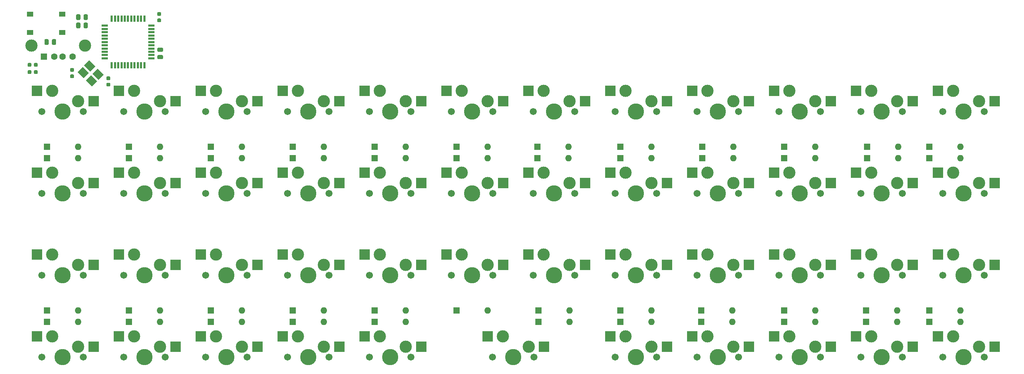
<source format=gbr>
G04 #@! TF.GenerationSoftware,KiCad,Pcbnew,5.1.12-84ad8e8a86~92~ubuntu20.04.1*
G04 #@! TF.CreationDate,2021-12-05T18:43:19-05:00*
G04 #@! TF.ProjectId,Keyboard_JPP,4b657962-6f61-4726-945f-4a50502e6b69,rev?*
G04 #@! TF.SameCoordinates,Original*
G04 #@! TF.FileFunction,Soldermask,Top*
G04 #@! TF.FilePolarity,Negative*
%FSLAX46Y46*%
G04 Gerber Fmt 4.6, Leading zero omitted, Abs format (unit mm)*
G04 Created by KiCad (PCBNEW 5.1.12-84ad8e8a86~92~ubuntu20.04.1) date 2021-12-05 18:43:19*
%MOMM*%
%LPD*%
G01*
G04 APERTURE LIST*
%ADD10O,1.600000X1.600000*%
%ADD11R,1.600000X1.600000*%
%ADD12C,0.100000*%
%ADD13R,1.500000X0.550000*%
%ADD14R,0.550000X1.500000*%
%ADD15R,2.550000X2.500000*%
%ADD16C,1.701800*%
%ADD17C,3.987800*%
%ADD18C,3.000000*%
%ADD19R,1.550000X1.300000*%
%ADD20C,1.600000*%
%ADD21R,1.600000X1.500000*%
G04 APERTURE END LIST*
D10*
X161544000Y-109220000D03*
D11*
X153924000Y-109220000D03*
D10*
X141478000Y-69088000D03*
D11*
X133858000Y-69088000D03*
D12*
G36*
X45745122Y-53059022D02*
G01*
X44472330Y-54331814D01*
X42987406Y-52846890D01*
X44260198Y-51574098D01*
X45745122Y-53059022D01*
G37*
G36*
X43694512Y-51008412D02*
G01*
X42421720Y-52281204D01*
X40936796Y-50796280D01*
X42209588Y-49523488D01*
X43694512Y-51008412D01*
G37*
G36*
X45320858Y-49382066D02*
G01*
X44048066Y-50654858D01*
X42563142Y-49169934D01*
X43835934Y-47897142D01*
X45320858Y-49382066D01*
G37*
G36*
X47371468Y-51432676D02*
G01*
X46098676Y-52705468D01*
X44613752Y-51220544D01*
X45886544Y-49947752D01*
X47371468Y-51432676D01*
G37*
D13*
X59040000Y-39434000D03*
X59040000Y-40234000D03*
X59040000Y-41034000D03*
X59040000Y-41834000D03*
X59040000Y-42634000D03*
X59040000Y-43434000D03*
X59040000Y-44234000D03*
X59040000Y-45034000D03*
X59040000Y-45834000D03*
X59040000Y-46634000D03*
X59040000Y-47434000D03*
D14*
X57340000Y-49134000D03*
X56540000Y-49134000D03*
X55740000Y-49134000D03*
X54940000Y-49134000D03*
X54140000Y-49134000D03*
X53340000Y-49134000D03*
X52540000Y-49134000D03*
X51740000Y-49134000D03*
X50940000Y-49134000D03*
X50140000Y-49134000D03*
X49340000Y-49134000D03*
D13*
X47640000Y-47434000D03*
X47640000Y-46634000D03*
X47640000Y-45834000D03*
X47640000Y-45034000D03*
X47640000Y-44234000D03*
X47640000Y-43434000D03*
X47640000Y-42634000D03*
X47640000Y-41834000D03*
X47640000Y-41034000D03*
X47640000Y-40234000D03*
X47640000Y-39434000D03*
D14*
X49340000Y-37734000D03*
X50140000Y-37734000D03*
X50940000Y-37734000D03*
X51740000Y-37734000D03*
X52540000Y-37734000D03*
X53340000Y-37734000D03*
X54140000Y-37734000D03*
X54940000Y-37734000D03*
X55740000Y-37734000D03*
X56540000Y-37734000D03*
X57340000Y-37734000D03*
D15*
X44898000Y-118110000D03*
D16*
X42418000Y-120650000D03*
X32258000Y-120650000D03*
D17*
X37338000Y-120650000D03*
D18*
X41148000Y-118110000D03*
X34798000Y-115570000D03*
D15*
X31048000Y-115570000D03*
X44898000Y-98044000D03*
D16*
X42418000Y-100584000D03*
X32258000Y-100584000D03*
D17*
X37338000Y-100584000D03*
D18*
X41148000Y-98044000D03*
X34798000Y-95504000D03*
D15*
X31048000Y-95504000D03*
X44898000Y-77978000D03*
D16*
X42418000Y-80518000D03*
X32258000Y-80518000D03*
D17*
X37338000Y-80518000D03*
D18*
X41148000Y-77978000D03*
X34798000Y-75438000D03*
D15*
X31048000Y-75438000D03*
X44898000Y-57912000D03*
D16*
X42418000Y-60452000D03*
X32258000Y-60452000D03*
D17*
X37338000Y-60452000D03*
D18*
X41148000Y-57912000D03*
X34798000Y-55372000D03*
D15*
X31048000Y-55372000D03*
X64964000Y-118110000D03*
D16*
X62484000Y-120650000D03*
X52324000Y-120650000D03*
D17*
X57404000Y-120650000D03*
D18*
X61214000Y-118110000D03*
X54864000Y-115570000D03*
D15*
X51114000Y-115570000D03*
X64964000Y-98044000D03*
D16*
X62484000Y-100584000D03*
X52324000Y-100584000D03*
D17*
X57404000Y-100584000D03*
D18*
X61214000Y-98044000D03*
X54864000Y-95504000D03*
D15*
X51114000Y-95504000D03*
X64964000Y-77978000D03*
D16*
X62484000Y-80518000D03*
X52324000Y-80518000D03*
D17*
X57404000Y-80518000D03*
D18*
X61214000Y-77978000D03*
X54864000Y-75438000D03*
D15*
X51114000Y-75438000D03*
X64964000Y-57912000D03*
D16*
X62484000Y-60452000D03*
X52324000Y-60452000D03*
D17*
X57404000Y-60452000D03*
D18*
X61214000Y-57912000D03*
X54864000Y-55372000D03*
D15*
X51114000Y-55372000D03*
X85030000Y-118110000D03*
D16*
X82550000Y-120650000D03*
X72390000Y-120650000D03*
D17*
X77470000Y-120650000D03*
D18*
X81280000Y-118110000D03*
X74930000Y-115570000D03*
D15*
X71180000Y-115570000D03*
X85030000Y-98044000D03*
D16*
X82550000Y-100584000D03*
X72390000Y-100584000D03*
D17*
X77470000Y-100584000D03*
D18*
X81280000Y-98044000D03*
X74930000Y-95504000D03*
D15*
X71180000Y-95504000D03*
X85030000Y-77978000D03*
D16*
X82550000Y-80518000D03*
X72390000Y-80518000D03*
D17*
X77470000Y-80518000D03*
D18*
X81280000Y-77978000D03*
X74930000Y-75438000D03*
D15*
X71180000Y-75438000D03*
X85030000Y-57912000D03*
D16*
X82550000Y-60452000D03*
X72390000Y-60452000D03*
D17*
X77470000Y-60452000D03*
D18*
X81280000Y-57912000D03*
X74930000Y-55372000D03*
D15*
X71180000Y-55372000D03*
X105096000Y-118110000D03*
D16*
X102616000Y-120650000D03*
X92456000Y-120650000D03*
D17*
X97536000Y-120650000D03*
D18*
X101346000Y-118110000D03*
X94996000Y-115570000D03*
D15*
X91246000Y-115570000D03*
X105096000Y-98044000D03*
D16*
X102616000Y-100584000D03*
X92456000Y-100584000D03*
D17*
X97536000Y-100584000D03*
D18*
X101346000Y-98044000D03*
X94996000Y-95504000D03*
D15*
X91246000Y-95504000D03*
X105096000Y-77978000D03*
D16*
X102616000Y-80518000D03*
X92456000Y-80518000D03*
D17*
X97536000Y-80518000D03*
D18*
X101346000Y-77978000D03*
X94996000Y-75438000D03*
D15*
X91246000Y-75438000D03*
X105096000Y-57912000D03*
D16*
X102616000Y-60452000D03*
X92456000Y-60452000D03*
D17*
X97536000Y-60452000D03*
D18*
X101346000Y-57912000D03*
X94996000Y-55372000D03*
D15*
X91246000Y-55372000D03*
X125162000Y-118110000D03*
D16*
X122682000Y-120650000D03*
X112522000Y-120650000D03*
D17*
X117602000Y-120650000D03*
D18*
X121412000Y-118110000D03*
X115062000Y-115570000D03*
D15*
X111312000Y-115570000D03*
X125162000Y-98044000D03*
D16*
X122682000Y-100584000D03*
X112522000Y-100584000D03*
D17*
X117602000Y-100584000D03*
D18*
X121412000Y-98044000D03*
X115062000Y-95504000D03*
D15*
X111312000Y-95504000D03*
X125162000Y-77978000D03*
D16*
X122682000Y-80518000D03*
X112522000Y-80518000D03*
D17*
X117602000Y-80518000D03*
D18*
X121412000Y-77978000D03*
X115062000Y-75438000D03*
D15*
X111312000Y-75438000D03*
X125162000Y-57912000D03*
D16*
X122682000Y-60452000D03*
X112522000Y-60452000D03*
D17*
X117602000Y-60452000D03*
D18*
X121412000Y-57912000D03*
X115062000Y-55372000D03*
D15*
X111312000Y-55372000D03*
X145228000Y-98044000D03*
D16*
X142748000Y-100584000D03*
X132588000Y-100584000D03*
D17*
X137668000Y-100584000D03*
D18*
X141478000Y-98044000D03*
X135128000Y-95504000D03*
D15*
X131378000Y-95504000D03*
X145228000Y-77978000D03*
D16*
X142748000Y-80518000D03*
X132588000Y-80518000D03*
D17*
X137668000Y-80518000D03*
D18*
X141478000Y-77978000D03*
X135128000Y-75438000D03*
D15*
X131378000Y-75438000D03*
X145228000Y-57912000D03*
D16*
X142748000Y-60452000D03*
X132588000Y-60452000D03*
D17*
X137668000Y-60452000D03*
D18*
X141478000Y-57912000D03*
X135128000Y-55372000D03*
D15*
X131378000Y-55372000D03*
X155261000Y-118110000D03*
D16*
X152781000Y-120650000D03*
X142621000Y-120650000D03*
D17*
X147701000Y-120650000D03*
D18*
X151511000Y-118110000D03*
X145161000Y-115570000D03*
D15*
X141411000Y-115570000D03*
X165294000Y-98044000D03*
D16*
X162814000Y-100584000D03*
X152654000Y-100584000D03*
D17*
X157734000Y-100584000D03*
D18*
X161544000Y-98044000D03*
X155194000Y-95504000D03*
D15*
X151444000Y-95504000D03*
X165294000Y-77978000D03*
D16*
X162814000Y-80518000D03*
X152654000Y-80518000D03*
D17*
X157734000Y-80518000D03*
D18*
X161544000Y-77978000D03*
X155194000Y-75438000D03*
D15*
X151444000Y-75438000D03*
X165294000Y-57912000D03*
D16*
X162814000Y-60452000D03*
X152654000Y-60452000D03*
D17*
X157734000Y-60452000D03*
D18*
X161544000Y-57912000D03*
X155194000Y-55372000D03*
D15*
X151444000Y-55372000D03*
X185360000Y-118110000D03*
D16*
X182880000Y-120650000D03*
X172720000Y-120650000D03*
D17*
X177800000Y-120650000D03*
D18*
X181610000Y-118110000D03*
X175260000Y-115570000D03*
D15*
X171510000Y-115570000D03*
X185360000Y-98044000D03*
D16*
X182880000Y-100584000D03*
X172720000Y-100584000D03*
D17*
X177800000Y-100584000D03*
D18*
X181610000Y-98044000D03*
X175260000Y-95504000D03*
D15*
X171510000Y-95504000D03*
X185360000Y-77978000D03*
D16*
X182880000Y-80518000D03*
X172720000Y-80518000D03*
D17*
X177800000Y-80518000D03*
D18*
X181610000Y-77978000D03*
X175260000Y-75438000D03*
D15*
X171510000Y-75438000D03*
X185360000Y-57912000D03*
D16*
X182880000Y-60452000D03*
X172720000Y-60452000D03*
D17*
X177800000Y-60452000D03*
D18*
X181610000Y-57912000D03*
X175260000Y-55372000D03*
D15*
X171510000Y-55372000D03*
X205426000Y-118110000D03*
D16*
X202946000Y-120650000D03*
X192786000Y-120650000D03*
D17*
X197866000Y-120650000D03*
D18*
X201676000Y-118110000D03*
X195326000Y-115570000D03*
D15*
X191576000Y-115570000D03*
X205426000Y-98044000D03*
D16*
X202946000Y-100584000D03*
X192786000Y-100584000D03*
D17*
X197866000Y-100584000D03*
D18*
X201676000Y-98044000D03*
X195326000Y-95504000D03*
D15*
X191576000Y-95504000D03*
X205426000Y-77978000D03*
D16*
X202946000Y-80518000D03*
X192786000Y-80518000D03*
D17*
X197866000Y-80518000D03*
D18*
X201676000Y-77978000D03*
X195326000Y-75438000D03*
D15*
X191576000Y-75438000D03*
X205426000Y-57912000D03*
D16*
X202946000Y-60452000D03*
X192786000Y-60452000D03*
D17*
X197866000Y-60452000D03*
D18*
X201676000Y-57912000D03*
X195326000Y-55372000D03*
D15*
X191576000Y-55372000D03*
X225492000Y-118110000D03*
D16*
X223012000Y-120650000D03*
X212852000Y-120650000D03*
D17*
X217932000Y-120650000D03*
D18*
X221742000Y-118110000D03*
X215392000Y-115570000D03*
D15*
X211642000Y-115570000D03*
X225492000Y-98044000D03*
D16*
X223012000Y-100584000D03*
X212852000Y-100584000D03*
D17*
X217932000Y-100584000D03*
D18*
X221742000Y-98044000D03*
X215392000Y-95504000D03*
D15*
X211642000Y-95504000D03*
X225492000Y-77978000D03*
D16*
X223012000Y-80518000D03*
X212852000Y-80518000D03*
D17*
X217932000Y-80518000D03*
D18*
X221742000Y-77978000D03*
X215392000Y-75438000D03*
D15*
X211642000Y-75438000D03*
X225492000Y-57912000D03*
D16*
X223012000Y-60452000D03*
X212852000Y-60452000D03*
D17*
X217932000Y-60452000D03*
D18*
X221742000Y-57912000D03*
X215392000Y-55372000D03*
D15*
X211642000Y-55372000D03*
X245558000Y-118110000D03*
D16*
X243078000Y-120650000D03*
X232918000Y-120650000D03*
D17*
X237998000Y-120650000D03*
D18*
X241808000Y-118110000D03*
X235458000Y-115570000D03*
D15*
X231708000Y-115570000D03*
X245558000Y-98044000D03*
D16*
X243078000Y-100584000D03*
X232918000Y-100584000D03*
D17*
X237998000Y-100584000D03*
D18*
X241808000Y-98044000D03*
X235458000Y-95504000D03*
D15*
X231708000Y-95504000D03*
X245558000Y-77978000D03*
D16*
X243078000Y-80518000D03*
X232918000Y-80518000D03*
D17*
X237998000Y-80518000D03*
D18*
X241808000Y-77978000D03*
X235458000Y-75438000D03*
D15*
X231708000Y-75438000D03*
X245558000Y-57912000D03*
D16*
X243078000Y-60452000D03*
X232918000Y-60452000D03*
D17*
X237998000Y-60452000D03*
D18*
X241808000Y-57912000D03*
X235458000Y-55372000D03*
D15*
X231708000Y-55372000D03*
X265624000Y-118110000D03*
D16*
X263144000Y-120650000D03*
X252984000Y-120650000D03*
D17*
X258064000Y-120650000D03*
D18*
X261874000Y-118110000D03*
X255524000Y-115570000D03*
D15*
X251774000Y-115570000D03*
X265624000Y-98044000D03*
D16*
X263144000Y-100584000D03*
X252984000Y-100584000D03*
D17*
X258064000Y-100584000D03*
D18*
X261874000Y-98044000D03*
X255524000Y-95504000D03*
D15*
X251774000Y-95504000D03*
X265624000Y-77978000D03*
D16*
X263144000Y-80518000D03*
X252984000Y-80518000D03*
D17*
X258064000Y-80518000D03*
D18*
X261874000Y-77978000D03*
X255524000Y-75438000D03*
D15*
X251774000Y-75438000D03*
X265624000Y-57912000D03*
D16*
X263144000Y-60452000D03*
X252984000Y-60452000D03*
D17*
X258064000Y-60452000D03*
D18*
X261874000Y-57912000D03*
X255524000Y-55372000D03*
D15*
X251774000Y-55372000D03*
D19*
X37249000Y-41112000D03*
X37249000Y-36612000D03*
X29299000Y-36612000D03*
X29299000Y-41112000D03*
G36*
G01*
X60763999Y-46628000D02*
X61664001Y-46628000D01*
G75*
G02*
X61914000Y-46877999I0J-249999D01*
G01*
X61914000Y-47403001D01*
G75*
G02*
X61664001Y-47653000I-249999J0D01*
G01*
X60763999Y-47653000D01*
G75*
G02*
X60514000Y-47403001I0J249999D01*
G01*
X60514000Y-46877999D01*
G75*
G02*
X60763999Y-46628000I249999J0D01*
G01*
G37*
G36*
G01*
X60763999Y-44803000D02*
X61664001Y-44803000D01*
G75*
G02*
X61914000Y-45052999I0J-249999D01*
G01*
X61914000Y-45578001D01*
G75*
G02*
X61664001Y-45828000I-249999J0D01*
G01*
X60763999Y-45828000D01*
G75*
G02*
X60514000Y-45578001I0J249999D01*
G01*
X60514000Y-45052999D01*
G75*
G02*
X60763999Y-44803000I249999J0D01*
G01*
G37*
G36*
G01*
X41660500Y-36887999D02*
X41660500Y-37788001D01*
G75*
G02*
X41410501Y-38038000I-249999J0D01*
G01*
X40885499Y-38038000D01*
G75*
G02*
X40635500Y-37788001I0J249999D01*
G01*
X40635500Y-36887999D01*
G75*
G02*
X40885499Y-36638000I249999J0D01*
G01*
X41410501Y-36638000D01*
G75*
G02*
X41660500Y-36887999I0J-249999D01*
G01*
G37*
G36*
G01*
X43485500Y-36887999D02*
X43485500Y-37788001D01*
G75*
G02*
X43235501Y-38038000I-249999J0D01*
G01*
X42710499Y-38038000D01*
G75*
G02*
X42460500Y-37788001I0J249999D01*
G01*
X42460500Y-36887999D01*
G75*
G02*
X42710499Y-36638000I249999J0D01*
G01*
X43235501Y-36638000D01*
G75*
G02*
X43485500Y-36887999I0J-249999D01*
G01*
G37*
G36*
G01*
X41660500Y-38919999D02*
X41660500Y-39820001D01*
G75*
G02*
X41410501Y-40070000I-249999J0D01*
G01*
X40885499Y-40070000D01*
G75*
G02*
X40635500Y-39820001I0J249999D01*
G01*
X40635500Y-38919999D01*
G75*
G02*
X40885499Y-38670000I249999J0D01*
G01*
X41410501Y-38670000D01*
G75*
G02*
X41660500Y-38919999I0J-249999D01*
G01*
G37*
G36*
G01*
X43485500Y-38919999D02*
X43485500Y-39820001D01*
G75*
G02*
X43235501Y-40070000I-249999J0D01*
G01*
X42710499Y-40070000D01*
G75*
G02*
X42460500Y-39820001I0J249999D01*
G01*
X42460500Y-38919999D01*
G75*
G02*
X42710499Y-38670000I249999J0D01*
G01*
X43235501Y-38670000D01*
G75*
G02*
X43485500Y-38919999I0J-249999D01*
G01*
G37*
G36*
G01*
X34690000Y-43884001D02*
X34690000Y-42983999D01*
G75*
G02*
X34939999Y-42734000I249999J0D01*
G01*
X35465001Y-42734000D01*
G75*
G02*
X35715000Y-42983999I0J-249999D01*
G01*
X35715000Y-43884001D01*
G75*
G02*
X35465001Y-44134000I-249999J0D01*
G01*
X34939999Y-44134000D01*
G75*
G02*
X34690000Y-43884001I0J249999D01*
G01*
G37*
G36*
G01*
X32865000Y-43884001D02*
X32865000Y-42983999D01*
G75*
G02*
X33114999Y-42734000I249999J0D01*
G01*
X33640001Y-42734000D01*
G75*
G02*
X33890000Y-42983999I0J-249999D01*
G01*
X33890000Y-43884001D01*
G75*
G02*
X33640001Y-44134000I-249999J0D01*
G01*
X33114999Y-44134000D01*
G75*
G02*
X32865000Y-43884001I0J249999D01*
G01*
G37*
D20*
X39766000Y-46990000D03*
X37266000Y-46990000D03*
X35266000Y-46990000D03*
D21*
X32766000Y-46990000D03*
D18*
X42836000Y-44280000D03*
X29696000Y-44280000D03*
D10*
X41148000Y-112014000D03*
D11*
X33528000Y-112014000D03*
D10*
X41148000Y-109220000D03*
D11*
X33528000Y-109220000D03*
D10*
X41148000Y-71882000D03*
D11*
X33528000Y-71882000D03*
D10*
X41148000Y-69088000D03*
D11*
X33528000Y-69088000D03*
D10*
X61214000Y-112014000D03*
D11*
X53594000Y-112014000D03*
D10*
X61214000Y-109220000D03*
D11*
X53594000Y-109220000D03*
D10*
X61214000Y-71882000D03*
D11*
X53594000Y-71882000D03*
D10*
X61214000Y-69088000D03*
D11*
X53594000Y-69088000D03*
D10*
X81280000Y-112014000D03*
D11*
X73660000Y-112014000D03*
D10*
X81280000Y-109220000D03*
D11*
X73660000Y-109220000D03*
D10*
X81280000Y-71882000D03*
D11*
X73660000Y-71882000D03*
D10*
X81280000Y-69088000D03*
D11*
X73660000Y-69088000D03*
D10*
X101346000Y-112014000D03*
D11*
X93726000Y-112014000D03*
D10*
X101346000Y-109220000D03*
D11*
X93726000Y-109220000D03*
D10*
X101346000Y-71882000D03*
D11*
X93726000Y-71882000D03*
D10*
X101346000Y-69088000D03*
D11*
X93726000Y-69088000D03*
D10*
X121412000Y-112014000D03*
D11*
X113792000Y-112014000D03*
D10*
X121412000Y-109220000D03*
D11*
X113792000Y-109220000D03*
D10*
X121412000Y-71882000D03*
D11*
X113792000Y-71882000D03*
D10*
X121412000Y-69088000D03*
D11*
X113792000Y-69088000D03*
D10*
X141478000Y-109220000D03*
D11*
X133858000Y-109220000D03*
D10*
X141478000Y-71882000D03*
D11*
X133858000Y-71882000D03*
D10*
X161544000Y-112014000D03*
D11*
X153924000Y-112014000D03*
D10*
X161290000Y-71882000D03*
D11*
X153670000Y-71882000D03*
D10*
X161290000Y-69088000D03*
D11*
X153670000Y-69088000D03*
D10*
X181610000Y-112014000D03*
D11*
X173990000Y-112014000D03*
D10*
X181610000Y-109220000D03*
D11*
X173990000Y-109220000D03*
D10*
X181610000Y-71882000D03*
D11*
X173990000Y-71882000D03*
D10*
X181610000Y-69088000D03*
D11*
X173990000Y-69088000D03*
D10*
X201422000Y-112014000D03*
D11*
X193802000Y-112014000D03*
D10*
X201422000Y-109220000D03*
D11*
X193802000Y-109220000D03*
D10*
X201676000Y-71882000D03*
D11*
X194056000Y-71882000D03*
D10*
X201676000Y-69088000D03*
D11*
X194056000Y-69088000D03*
D10*
X221742000Y-112014000D03*
D11*
X214122000Y-112014000D03*
D10*
X221742000Y-109220000D03*
D11*
X214122000Y-109220000D03*
D10*
X221742000Y-71882000D03*
D11*
X214122000Y-71882000D03*
D10*
X221742000Y-69088000D03*
D11*
X214122000Y-69088000D03*
D10*
X241808000Y-112014000D03*
D11*
X234188000Y-112014000D03*
D10*
X241808000Y-109220000D03*
D11*
X234188000Y-109220000D03*
D10*
X242062000Y-71882000D03*
D11*
X234442000Y-71882000D03*
D10*
X242062000Y-69088000D03*
D11*
X234442000Y-69088000D03*
D10*
X257302000Y-112014000D03*
D11*
X249682000Y-112014000D03*
D10*
X257302000Y-109220000D03*
D11*
X249682000Y-109220000D03*
D10*
X257302000Y-71882000D03*
D11*
X249682000Y-71882000D03*
D10*
X257302000Y-69088000D03*
D11*
X249682000Y-69088000D03*
G36*
G01*
X39374000Y-51379000D02*
X39874000Y-51379000D01*
G75*
G02*
X40099000Y-51604000I0J-225000D01*
G01*
X40099000Y-52054000D01*
G75*
G02*
X39874000Y-52279000I-225000J0D01*
G01*
X39374000Y-52279000D01*
G75*
G02*
X39149000Y-52054000I0J225000D01*
G01*
X39149000Y-51604000D01*
G75*
G02*
X39374000Y-51379000I225000J0D01*
G01*
G37*
G36*
G01*
X39374000Y-49829000D02*
X39874000Y-49829000D01*
G75*
G02*
X40099000Y-50054000I0J-225000D01*
G01*
X40099000Y-50504000D01*
G75*
G02*
X39874000Y-50729000I-225000J0D01*
G01*
X39374000Y-50729000D01*
G75*
G02*
X39149000Y-50504000I0J225000D01*
G01*
X39149000Y-50054000D01*
G75*
G02*
X39374000Y-49829000I225000J0D01*
G01*
G37*
G36*
G01*
X48264000Y-53424000D02*
X48764000Y-53424000D01*
G75*
G02*
X48989000Y-53649000I0J-225000D01*
G01*
X48989000Y-54099000D01*
G75*
G02*
X48764000Y-54324000I-225000J0D01*
G01*
X48264000Y-54324000D01*
G75*
G02*
X48039000Y-54099000I0J225000D01*
G01*
X48039000Y-53649000D01*
G75*
G02*
X48264000Y-53424000I225000J0D01*
G01*
G37*
G36*
G01*
X48264000Y-51874000D02*
X48764000Y-51874000D01*
G75*
G02*
X48989000Y-52099000I0J-225000D01*
G01*
X48989000Y-52549000D01*
G75*
G02*
X48764000Y-52774000I-225000J0D01*
G01*
X48264000Y-52774000D01*
G75*
G02*
X48039000Y-52549000I0J225000D01*
G01*
X48039000Y-52099000D01*
G75*
G02*
X48264000Y-51874000I225000J0D01*
G01*
G37*
G36*
G01*
X29647000Y-50550000D02*
X29647000Y-51050000D01*
G75*
G02*
X29422000Y-51275000I-225000J0D01*
G01*
X28972000Y-51275000D01*
G75*
G02*
X28747000Y-51050000I0J225000D01*
G01*
X28747000Y-50550000D01*
G75*
G02*
X28972000Y-50325000I225000J0D01*
G01*
X29422000Y-50325000D01*
G75*
G02*
X29647000Y-50550000I0J-225000D01*
G01*
G37*
G36*
G01*
X31197000Y-50550000D02*
X31197000Y-51050000D01*
G75*
G02*
X30972000Y-51275000I-225000J0D01*
G01*
X30522000Y-51275000D01*
G75*
G02*
X30297000Y-51050000I0J225000D01*
G01*
X30297000Y-50550000D01*
G75*
G02*
X30522000Y-50325000I225000J0D01*
G01*
X30972000Y-50325000D01*
G75*
G02*
X31197000Y-50550000I0J-225000D01*
G01*
G37*
G36*
G01*
X29647000Y-48772000D02*
X29647000Y-49272000D01*
G75*
G02*
X29422000Y-49497000I-225000J0D01*
G01*
X28972000Y-49497000D01*
G75*
G02*
X28747000Y-49272000I0J225000D01*
G01*
X28747000Y-48772000D01*
G75*
G02*
X28972000Y-48547000I225000J0D01*
G01*
X29422000Y-48547000D01*
G75*
G02*
X29647000Y-48772000I0J-225000D01*
G01*
G37*
G36*
G01*
X31197000Y-48772000D02*
X31197000Y-49272000D01*
G75*
G02*
X30972000Y-49497000I-225000J0D01*
G01*
X30522000Y-49497000D01*
G75*
G02*
X30297000Y-49272000I0J225000D01*
G01*
X30297000Y-48772000D01*
G75*
G02*
X30522000Y-48547000I225000J0D01*
G01*
X30972000Y-48547000D01*
G75*
G02*
X31197000Y-48772000I0J-225000D01*
G01*
G37*
G36*
G01*
X61210000Y-37013000D02*
X60710000Y-37013000D01*
G75*
G02*
X60485000Y-36788000I0J225000D01*
G01*
X60485000Y-36338000D01*
G75*
G02*
X60710000Y-36113000I225000J0D01*
G01*
X61210000Y-36113000D01*
G75*
G02*
X61435000Y-36338000I0J-225000D01*
G01*
X61435000Y-36788000D01*
G75*
G02*
X61210000Y-37013000I-225000J0D01*
G01*
G37*
G36*
G01*
X61210000Y-38563000D02*
X60710000Y-38563000D01*
G75*
G02*
X60485000Y-38338000I0J225000D01*
G01*
X60485000Y-37888000D01*
G75*
G02*
X60710000Y-37663000I225000J0D01*
G01*
X61210000Y-37663000D01*
G75*
G02*
X61435000Y-37888000I0J-225000D01*
G01*
X61435000Y-38338000D01*
G75*
G02*
X61210000Y-38563000I-225000J0D01*
G01*
G37*
M02*

</source>
